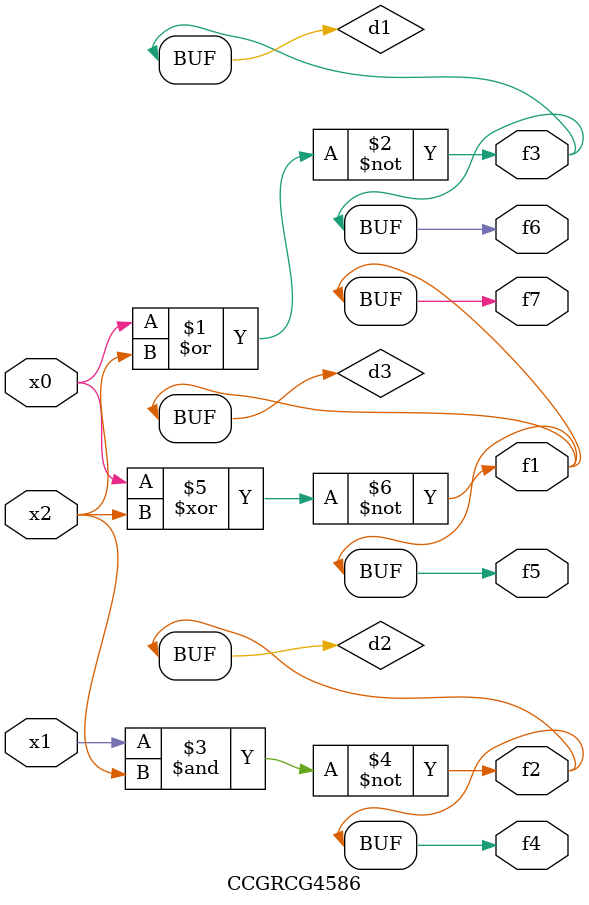
<source format=v>
module CCGRCG4586(
	input x0, x1, x2,
	output f1, f2, f3, f4, f5, f6, f7
);

	wire d1, d2, d3;

	nor (d1, x0, x2);
	nand (d2, x1, x2);
	xnor (d3, x0, x2);
	assign f1 = d3;
	assign f2 = d2;
	assign f3 = d1;
	assign f4 = d2;
	assign f5 = d3;
	assign f6 = d1;
	assign f7 = d3;
endmodule

</source>
